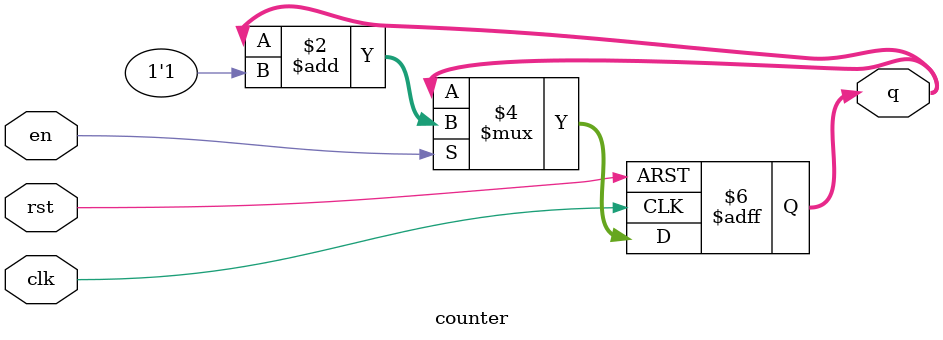
<source format=sv>
module counter #(parameter N=8)(input logic clk, rst, en,  output logic [N-1:0] q);

always_ff @(negedge clk or posedge rst) begin
	if (rst) q= 8'h0;
	else
		if (en) q=q+1'b1;
	end
		


endmodule
</source>
